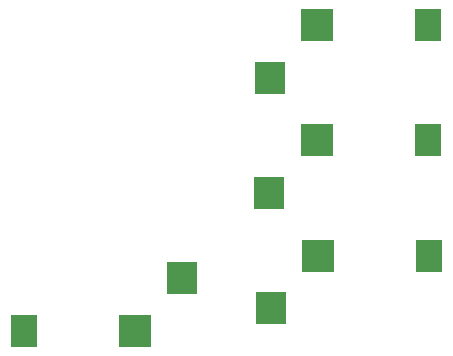
<source format=gbr>
G04 #@! TF.GenerationSoftware,KiCad,Pcbnew,(5.0.1)-rc2*
G04 #@! TF.CreationDate,2019-01-31T00:44:23-05:00*
G04 #@! TF.ProjectId,CV buffer,4356206275666665722E6B696361645F,rev?*
G04 #@! TF.SameCoordinates,Original*
G04 #@! TF.FileFunction,Paste,Top*
G04 #@! TF.FilePolarity,Positive*
%FSLAX46Y46*%
G04 Gerber Fmt 4.6, Leading zero omitted, Abs format (unit mm)*
G04 Created by KiCad (PCBNEW (5.0.1)-rc2) date 1/31/2019 12:44:23 AM*
%MOMM*%
%LPD*%
G01*
G04 APERTURE LIST*
%ADD10R,2.200000X2.800000*%
%ADD11R,2.800000X2.800000*%
%ADD12R,2.600000X2.800000*%
G04 APERTURE END LIST*
D10*
G04 #@! TO.C,J1*
X176455200Y-93971600D03*
D11*
X185855200Y-93971600D03*
D12*
X189855200Y-89521600D03*
G04 #@! TD*
D10*
G04 #@! TO.C,J4*
X210640800Y-77834000D03*
D11*
X201240800Y-77834000D03*
D12*
X197240800Y-82284000D03*
G04 #@! TD*
G04 #@! TO.C,J3*
X197291600Y-72530400D03*
D11*
X201291600Y-68080400D03*
D10*
X210691600Y-68080400D03*
G04 #@! TD*
D12*
G04 #@! TO.C,J5*
X197393200Y-92037600D03*
D11*
X201393200Y-87587600D03*
D10*
X210793200Y-87587600D03*
G04 #@! TD*
M02*

</source>
